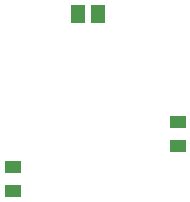
<source format=gbr>
G04 EAGLE Gerber RS-274X export*
G75*
%MOMM*%
%FSLAX34Y34*%
%LPD*%
%INSolderpaste Top*%
%IPPOS*%
%AMOC8*
5,1,8,0,0,1.08239X$1,22.5*%
G01*
%ADD10R,1.300000X1.500000*%
%ADD11R,1.400000X1.100000*%


D10*
X135500Y317500D03*
X118500Y317500D03*
D11*
X63500Y187800D03*
X63500Y167800D03*
X203200Y225900D03*
X203200Y205900D03*
M02*

</source>
